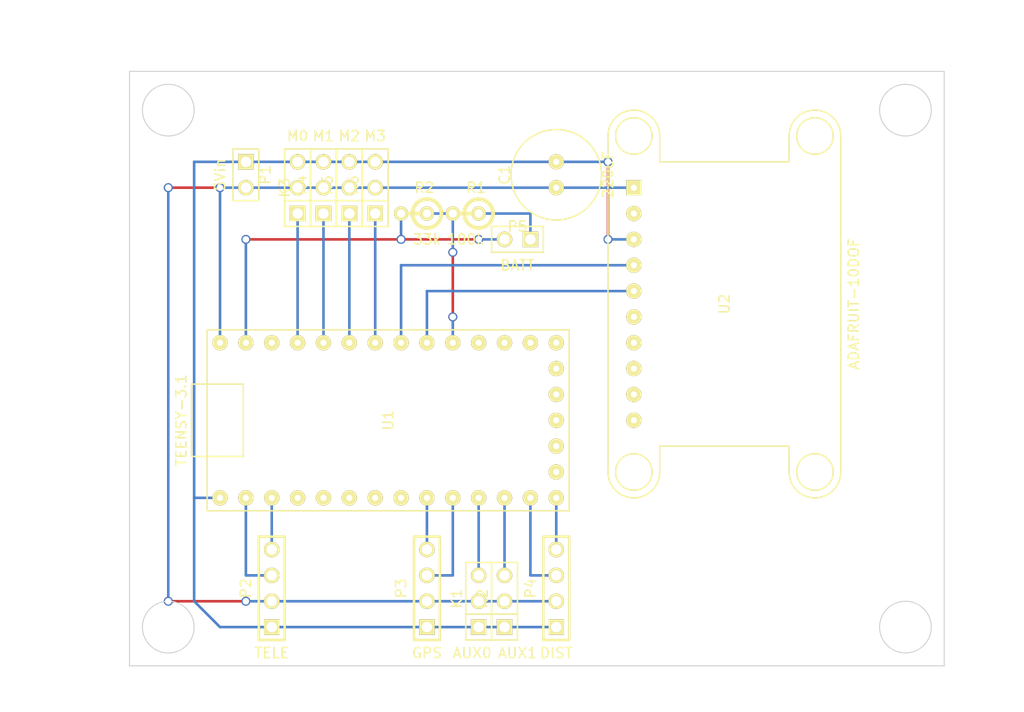
<source format=kicad_pcb>
(kicad_pcb (version 3) (host pcbnew "(22-Jun-2014 BZR 4027)-stable")

  (general
    (links 43)
    (no_connects 0)
    (area 85.980002 54.300001 190.879999 125.89)
    (thickness 1.6)
    (drawings 28)
    (tracks 75)
    (zones 0)
    (modules 16)
    (nets 20)
  )

  (page A4)
  (title_block 
    (title "Trifle Flight Control Unit")
    (rev 1.0)
  )

  (layers
    (15 F.Cu signal)
    (0 B.Cu signal)
    (16 B.Adhes user)
    (17 F.Adhes user)
    (18 B.Paste user)
    (19 F.Paste user)
    (20 B.SilkS user)
    (21 F.SilkS user)
    (22 B.Mask user)
    (23 F.Mask user)
    (24 Dwgs.User user)
    (25 Cmts.User user)
    (26 Eco1.User user)
    (27 Eco2.User user)
    (28 Edge.Cuts user)
  )

  (setup
    (last_trace_width 0.254)
    (trace_clearance 0.254)
    (zone_clearance 0.508)
    (zone_45_only no)
    (trace_min 0.254)
    (segment_width 0.2)
    (edge_width 0.1)
    (via_size 0.889)
    (via_drill 0.635)
    (via_min_size 0.889)
    (via_min_drill 0.508)
    (uvia_size 0.508)
    (uvia_drill 0.127)
    (uvias_allowed no)
    (uvia_min_size 0.508)
    (uvia_min_drill 0.127)
    (pcb_text_width 0.3)
    (pcb_text_size 1.5 1.5)
    (mod_edge_width 0.15)
    (mod_text_size 1 1)
    (mod_text_width 0.15)
    (pad_size 1.5 1.5)
    (pad_drill 0.6)
    (pad_to_mask_clearance 0)
    (aux_axis_origin 0 0)
    (visible_elements FFFFFFFF)
    (pcbplotparams
      (layerselection 19955713)
      (usegerberextensions false)
      (excludeedgelayer true)
      (linewidth 0.150000)
      (plotframeref false)
      (viasonmask false)
      (mode 1)
      (useauxorigin false)
      (hpglpennumber 1)
      (hpglpenspeed 20)
      (hpglpendiameter 15)
      (hpglpenoverlay 2)
      (psnegative false)
      (psa4output false)
      (plotreference true)
      (plotvalue true)
      (plotothertext true)
      (plotinvisibletext false)
      (padsonsilk false)
      (subtractmaskfromsilk false)
      (outputformat 2)
      (mirror false)
      (drillshape 0)
      (scaleselection 1)
      (outputdirectory svg/))
  )

  (net 0 "")
  (net 1 /AGND)
  (net 2 GND)
  (net 3 N-0000010)
  (net 4 N-0000025)
  (net 5 N-0000026)
  (net 6 N-0000028)
  (net 7 N-0000029)
  (net 8 N-000003)
  (net 9 N-0000030)
  (net 10 N-0000031)
  (net 11 N-0000039)
  (net 12 N-000004)
  (net 13 N-0000040)
  (net 14 N-000005)
  (net 15 N-000006)
  (net 16 N-000007)
  (net 17 N-000008)
  (net 18 N-000009)
  (net 19 VCC)

  (net_class Default "This is the default net class."
    (clearance 0.254)
    (trace_width 0.254)
    (via_dia 0.889)
    (via_drill 0.635)
    (uvia_dia 0.508)
    (uvia_drill 0.127)
    (add_net "")
    (add_net /AGND)
    (add_net GND)
    (add_net N-0000010)
    (add_net N-0000025)
    (add_net N-0000026)
    (add_net N-0000028)
    (add_net N-0000029)
    (add_net N-000003)
    (add_net N-0000030)
    (add_net N-0000031)
    (add_net N-0000039)
    (add_net N-000004)
    (add_net N-0000040)
    (add_net N-000005)
    (add_net N-000006)
    (add_net N-000007)
    (add_net N-000008)
    (add_net N-000009)
    (add_net VCC)
  )

  (module teensy-3.1 (layer F.Cu) (tedit 54DE23CC) (tstamp 54DE22F4)
    (at 124.46 95.25 90)
    (path /54DE0E02)
    (fp_text reference U1 (at 0 0 90) (layer F.SilkS)
      (effects (font (size 1 1) (thickness 0.15)))
    )
    (fp_text value TEENSY-3.1 (at 0 -20.32 90) (layer F.SilkS)
      (effects (font (size 1 1) (thickness 0.15)))
    )
    (fp_line (start -3.556 -19.304) (end 3.556 -19.304) (layer F.SilkS) (width 0.15))
    (fp_line (start 3.556 -19.304) (end 3.556 -14.224) (layer F.SilkS) (width 0.15))
    (fp_line (start 3.556 -14.224) (end -3.556 -14.224) (layer F.SilkS) (width 0.15))
    (fp_line (start -3.556 -14.224) (end -3.556 -19.304) (layer F.SilkS) (width 0.15))
    (fp_line (start -8.89 -17.78) (end 8.89 -17.78) (layer F.SilkS) (width 0.15))
    (fp_line (start 8.89 -17.78) (end 8.89 17.78) (layer F.SilkS) (width 0.15))
    (fp_line (start 8.89 17.78) (end -8.89 17.78) (layer F.SilkS) (width 0.15))
    (fp_line (start -8.89 17.78) (end -8.89 -17.78) (layer F.SilkS) (width 0.15))
    (pad 1 thru_hole circle (at -7.62 -16.51 90) (size 1.5 1.5) (drill 0.6)
      (layers *.Cu *.Mask F.SilkS)
      (net 2 GND)
    )
    (pad 2 thru_hole circle (at -7.62 -13.97 90) (size 1.5 1.5) (drill 0.6)
      (layers *.Cu *.Mask F.SilkS)
      (net 18 N-000009)
    )
    (pad 3 thru_hole circle (at -7.62 -11.43 90) (size 1.5 1.5) (drill 0.6)
      (layers *.Cu *.Mask F.SilkS)
      (net 3 N-0000010)
    )
    (pad 4 thru_hole circle (at -7.62 -8.89 90) (size 1.5 1.5) (drill 0.6)
      (layers *.Cu *.Mask F.SilkS)
    )
    (pad 5 thru_hole circle (at -7.62 -6.35 90) (size 1.5 1.5) (drill 0.6)
      (layers *.Cu *.Mask F.SilkS)
    )
    (pad 6 thru_hole circle (at -7.62 -3.81 90) (size 1.5 1.5) (drill 0.6)
      (layers *.Cu *.Mask F.SilkS)
    )
    (pad 7 thru_hole circle (at -7.62 -1.27 90) (size 1.5 1.5) (drill 0.6)
      (layers *.Cu *.Mask F.SilkS)
    )
    (pad 8 thru_hole circle (at -7.62 1.27 90) (size 1.5 1.5) (drill 0.6)
      (layers *.Cu *.Mask F.SilkS)
    )
    (pad 9 thru_hole circle (at -7.62 3.81 90) (size 1.5 1.5) (drill 0.6)
      (layers *.Cu *.Mask F.SilkS)
      (net 16 N-000007)
    )
    (pad 10 thru_hole circle (at -7.62 6.35 90) (size 1.5 1.5) (drill 0.6)
      (layers *.Cu *.Mask F.SilkS)
      (net 17 N-000008)
    )
    (pad 11 thru_hole circle (at -7.62 8.89 90) (size 1.5 1.5) (drill 0.6)
      (layers *.Cu *.Mask F.SilkS)
      (net 8 N-000003)
    )
    (pad 12 thru_hole circle (at -7.62 11.43 90) (size 1.5 1.5) (drill 0.6)
      (layers *.Cu *.Mask F.SilkS)
      (net 15 N-000006)
    )
    (pad 13 thru_hole circle (at -7.62 13.97 90) (size 1.5 1.5) (drill 0.6)
      (layers *.Cu *.Mask F.SilkS)
      (net 14 N-000005)
    )
    (pad 14 thru_hole circle (at -7.62 16.51 90) (size 1.5 1.5) (drill 0.6)
      (layers *.Cu *.Mask F.SilkS)
      (net 12 N-000004)
    )
    (pad 15 thru_hole circle (at -5.08 16.51 90) (size 1.5 1.5) (drill 0.6)
      (layers *.Cu *.Mask F.SilkS)
    )
    (pad 16 thru_hole circle (at -2.54 16.51 90) (size 1.5 1.5) (drill 0.6)
      (layers *.Cu *.Mask F.SilkS)
    )
    (pad 17 thru_hole circle (at 0 16.51 90) (size 1.5 1.5) (drill 0.6)
      (layers *.Cu *.Mask F.SilkS)
    )
    (pad 18 thru_hole circle (at 2.54 16.51 90) (size 1.5 1.5) (drill 0.6)
      (layers *.Cu *.Mask F.SilkS)
    )
    (pad 19 thru_hole circle (at 5.08 16.51 90) (size 1.5 1.5) (drill 0.6)
      (layers *.Cu *.Mask F.SilkS)
    )
    (pad 20 thru_hole circle (at 7.62 16.51 90) (size 1.5 1.5) (drill 0.6)
      (layers *.Cu *.Mask F.SilkS)
    )
    (pad 21 thru_hole circle (at 7.62 13.97 90) (size 1.5 1.5) (drill 0.6)
      (layers *.Cu *.Mask F.SilkS)
    )
    (pad 22 thru_hole circle (at 7.62 11.43 90) (size 1.5 1.5) (drill 0.6)
      (layers *.Cu *.Mask F.SilkS)
    )
    (pad 23 thru_hole circle (at 7.62 8.89 90) (size 1.5 1.5) (drill 0.6)
      (layers *.Cu *.Mask F.SilkS)
    )
    (pad 24 thru_hole circle (at 7.62 6.35 90) (size 1.5 1.5) (drill 0.6)
      (layers *.Cu *.Mask F.SilkS)
      (net 10 N-0000031)
    )
    (pad 25 thru_hole circle (at 7.62 3.81 90) (size 1.5 1.5) (drill 0.6)
      (layers *.Cu *.Mask F.SilkS)
      (net 4 N-0000025)
    )
    (pad 26 thru_hole circle (at 7.62 1.27 90) (size 1.5 1.5) (drill 0.6)
      (layers *.Cu *.Mask F.SilkS)
      (net 5 N-0000026)
    )
    (pad 27 thru_hole circle (at 7.62 -1.27 90) (size 1.5 1.5) (drill 0.6)
      (layers *.Cu *.Mask F.SilkS)
      (net 9 N-0000030)
    )
    (pad 28 thru_hole circle (at 7.62 -3.81 90) (size 1.5 1.5) (drill 0.6)
      (layers *.Cu *.Mask F.SilkS)
      (net 7 N-0000029)
    )
    (pad 29 thru_hole circle (at 7.62 -6.35 90) (size 1.5 1.5) (drill 0.6)
      (layers *.Cu *.Mask F.SilkS)
      (net 6 N-0000028)
    )
    (pad 30 thru_hole circle (at 7.62 -8.89 90) (size 1.5 1.5) (drill 0.6)
      (layers *.Cu *.Mask F.SilkS)
      (net 11 N-0000039)
    )
    (pad 31 thru_hole circle (at 7.62 -11.43 90) (size 1.5 1.5) (drill 0.6)
      (layers *.Cu *.Mask F.SilkS)
    )
    (pad 32 thru_hole circle (at 7.62 -13.97 90) (size 1.5 1.5) (drill 0.6)
      (layers *.Cu *.Mask F.SilkS)
      (net 1 /AGND)
    )
    (pad 33 thru_hole circle (at 7.62 -16.51 90) (size 1.5 1.5) (drill 0.6)
      (layers *.Cu *.Mask F.SilkS)
      (net 19 VCC)
    )
  )

  (module R1 (layer F.Cu) (tedit 54DE3DEA) (tstamp 54DE2BAE)
    (at 132.08 74.93 180)
    (descr "Resistance verticale")
    (tags R)
    (path /54DE1214)
    (autoplace_cost90 10)
    (autoplace_cost180 10)
    (fp_text reference R1 (at -1.016 2.54 180) (layer F.SilkS)
      (effects (font (size 1 1) (thickness 0.15)))
    )
    (fp_text value 100k (at 0 -2.54 180) (layer F.SilkS)
      (effects (font (size 1 1) (thickness 0.15)))
    )
    (fp_line (start -1.27 0) (end 1.27 0) (layer F.SilkS) (width 0.381))
    (fp_circle (center -1.27 0) (end -0.635 1.27) (layer F.SilkS) (width 0.381))
    (pad 1 thru_hole circle (at -1.27 0 180) (size 1.397 1.397) (drill 0.8128)
      (layers *.Cu *.Mask F.SilkS)
      (net 13 N-0000040)
    )
    (pad 2 thru_hole circle (at 1.27 0 180) (size 1.397 1.397) (drill 0.8128)
      (layers *.Cu *.Mask F.SilkS)
      (net 10 N-0000031)
    )
    (model discret/verti_resistor.wrl
      (at (xyz 0 0 0))
      (scale (xyz 1 1 1))
      (rotate (xyz 0 0 0))
    )
  )

  (module R1 (layer F.Cu) (tedit 54DE3DD8) (tstamp 54DE2BC0)
    (at 127 74.93 180)
    (descr "Resistance verticale")
    (tags R)
    (path /54DE1221)
    (autoplace_cost90 10)
    (autoplace_cost180 10)
    (fp_text reference R2 (at -1.016 2.54 180) (layer F.SilkS)
      (effects (font (size 1 1) (thickness 0.15)))
    )
    (fp_text value 33k (at -1.27 -2.54 180) (layer F.SilkS)
      (effects (font (size 1 1) (thickness 0.15)))
    )
    (fp_line (start -1.27 0) (end 1.27 0) (layer F.SilkS) (width 0.381))
    (fp_circle (center -1.27 0) (end -0.635 1.27) (layer F.SilkS) (width 0.381))
    (pad 1 thru_hole circle (at -1.27 0 180) (size 1.397 1.397) (drill 0.8128)
      (layers *.Cu *.Mask F.SilkS)
      (net 10 N-0000031)
    )
    (pad 2 thru_hole circle (at 1.27 0 180) (size 1.397 1.397) (drill 0.8128)
      (layers *.Cu *.Mask F.SilkS)
      (net 1 /AGND)
    )
    (model discret/verti_resistor.wrl
      (at (xyz 0 0 0))
      (scale (xyz 1 1 1))
      (rotate (xyz 0 0 0))
    )
  )

  (module PIN_ARRAY_4x1 (layer F.Cu) (tedit 54DE38F2) (tstamp 54DE2310)
    (at 113.03 111.76 90)
    (descr "Double rangee de contacts 2 x 5 pins")
    (tags CONN)
    (path /54DE1003)
    (fp_text reference P2 (at 0 -2.54 90) (layer F.SilkS)
      (effects (font (size 1 1) (thickness 0.15)))
    )
    (fp_text value TELE (at -6.35 0 180) (layer F.SilkS)
      (effects (font (size 1 1) (thickness 0.15)))
    )
    (fp_line (start 5.08 1.27) (end -5.08 1.27) (layer F.SilkS) (width 0.254))
    (fp_line (start 5.08 -1.27) (end -5.08 -1.27) (layer F.SilkS) (width 0.254))
    (fp_line (start -5.08 -1.27) (end -5.08 1.27) (layer F.SilkS) (width 0.254))
    (fp_line (start 5.08 1.27) (end 5.08 -1.27) (layer F.SilkS) (width 0.254))
    (pad 1 thru_hole rect (at -3.81 0 90) (size 1.524 1.524) (drill 1.016)
      (layers *.Cu *.Mask F.SilkS)
      (net 2 GND)
    )
    (pad 2 thru_hole circle (at -1.27 0 90) (size 1.524 1.524) (drill 1.016)
      (layers *.Cu *.Mask F.SilkS)
      (net 19 VCC)
    )
    (pad 3 thru_hole circle (at 1.27 0 90) (size 1.524 1.524) (drill 1.016)
      (layers *.Cu *.Mask F.SilkS)
      (net 18 N-000009)
    )
    (pad 4 thru_hole circle (at 3.81 0 90) (size 1.524 1.524) (drill 1.016)
      (layers *.Cu *.Mask F.SilkS)
      (net 3 N-0000010)
    )
    (model pin_array\pins_array_4x1.wrl
      (at (xyz 0 0 0))
      (scale (xyz 1 1 1))
      (rotate (xyz 0 0 0))
    )
  )

  (module PIN_ARRAY_4x1 (layer F.Cu) (tedit 54DE38A7) (tstamp 54DE231C)
    (at 128.27 111.76 90)
    (descr "Double rangee de contacts 2 x 5 pins")
    (tags CONN)
    (path /54DE1236)
    (fp_text reference P3 (at 0 -2.54 90) (layer F.SilkS)
      (effects (font (size 1 1) (thickness 0.15)))
    )
    (fp_text value GPS (at -6.35 0 180) (layer F.SilkS)
      (effects (font (size 1 1) (thickness 0.15)))
    )
    (fp_line (start 5.08 1.27) (end -5.08 1.27) (layer F.SilkS) (width 0.254))
    (fp_line (start 5.08 -1.27) (end -5.08 -1.27) (layer F.SilkS) (width 0.254))
    (fp_line (start -5.08 -1.27) (end -5.08 1.27) (layer F.SilkS) (width 0.254))
    (fp_line (start 5.08 1.27) (end 5.08 -1.27) (layer F.SilkS) (width 0.254))
    (pad 1 thru_hole rect (at -3.81 0 90) (size 1.524 1.524) (drill 1.016)
      (layers *.Cu *.Mask F.SilkS)
      (net 2 GND)
    )
    (pad 2 thru_hole circle (at -1.27 0 90) (size 1.524 1.524) (drill 1.016)
      (layers *.Cu *.Mask F.SilkS)
      (net 19 VCC)
    )
    (pad 3 thru_hole circle (at 1.27 0 90) (size 1.524 1.524) (drill 1.016)
      (layers *.Cu *.Mask F.SilkS)
      (net 17 N-000008)
    )
    (pad 4 thru_hole circle (at 3.81 0 90) (size 1.524 1.524) (drill 1.016)
      (layers *.Cu *.Mask F.SilkS)
      (net 16 N-000007)
    )
    (model pin_array\pins_array_4x1.wrl
      (at (xyz 0 0 0))
      (scale (xyz 1 1 1))
      (rotate (xyz 0 0 0))
    )
  )

  (module PIN_ARRAY_4x1 (layer F.Cu) (tedit 54DE38E6) (tstamp 54DE2328)
    (at 140.97 111.76 90)
    (descr "Double rangee de contacts 2 x 5 pins")
    (tags CONN)
    (path /54DE123C)
    (fp_text reference P4 (at 0 -2.54 90) (layer F.SilkS)
      (effects (font (size 1 1) (thickness 0.15)))
    )
    (fp_text value DIST (at -6.35 0 180) (layer F.SilkS)
      (effects (font (size 1 1) (thickness 0.15)))
    )
    (fp_line (start 5.08 1.27) (end -5.08 1.27) (layer F.SilkS) (width 0.254))
    (fp_line (start 5.08 -1.27) (end -5.08 -1.27) (layer F.SilkS) (width 0.254))
    (fp_line (start -5.08 -1.27) (end -5.08 1.27) (layer F.SilkS) (width 0.254))
    (fp_line (start 5.08 1.27) (end 5.08 -1.27) (layer F.SilkS) (width 0.254))
    (pad 1 thru_hole rect (at -3.81 0 90) (size 1.524 1.524) (drill 1.016)
      (layers *.Cu *.Mask F.SilkS)
      (net 2 GND)
    )
    (pad 2 thru_hole circle (at -1.27 0 90) (size 1.524 1.524) (drill 1.016)
      (layers *.Cu *.Mask F.SilkS)
      (net 19 VCC)
    )
    (pad 3 thru_hole circle (at 1.27 0 90) (size 1.524 1.524) (drill 1.016)
      (layers *.Cu *.Mask F.SilkS)
      (net 14 N-000005)
    )
    (pad 4 thru_hole circle (at 3.81 0 90) (size 1.524 1.524) (drill 1.016)
      (layers *.Cu *.Mask F.SilkS)
      (net 12 N-000004)
    )
    (model pin_array\pins_array_4x1.wrl
      (at (xyz 0 0 0))
      (scale (xyz 1 1 1))
      (rotate (xyz 0 0 0))
    )
  )

  (module PIN_ARRAY_3X1 (layer F.Cu) (tedit 54DE38D5) (tstamp 54DE2334)
    (at 133.35 113.03 90)
    (descr "Connecteur 3 pins")
    (tags "CONN DEV")
    (path /54DE0FCB)
    (fp_text reference K1 (at 0.254 -2.159 90) (layer F.SilkS)
      (effects (font (size 1 1) (thickness 0.15)))
    )
    (fp_text value AUX0 (at -5.08 -0.635 180) (layer F.SilkS)
      (effects (font (size 1 1) (thickness 0.15)))
    )
    (fp_line (start -3.81 1.27) (end -3.81 -1.27) (layer F.SilkS) (width 0.1524))
    (fp_line (start -3.81 -1.27) (end 3.81 -1.27) (layer F.SilkS) (width 0.1524))
    (fp_line (start 3.81 -1.27) (end 3.81 1.27) (layer F.SilkS) (width 0.1524))
    (fp_line (start 3.81 1.27) (end -3.81 1.27) (layer F.SilkS) (width 0.1524))
    (fp_line (start -1.27 -1.27) (end -1.27 1.27) (layer F.SilkS) (width 0.1524))
    (pad 1 thru_hole rect (at -2.54 0 90) (size 1.524 1.524) (drill 1.016)
      (layers *.Cu *.Mask F.SilkS)
      (net 2 GND)
    )
    (pad 2 thru_hole circle (at 0 0 90) (size 1.524 1.524) (drill 1.016)
      (layers *.Cu *.Mask F.SilkS)
      (net 19 VCC)
    )
    (pad 3 thru_hole circle (at 2.54 0 90) (size 1.524 1.524) (drill 1.016)
      (layers *.Cu *.Mask F.SilkS)
      (net 8 N-000003)
    )
    (model pin_array/pins_array_3x1.wrl
      (at (xyz 0 0 0))
      (scale (xyz 1 1 1))
      (rotate (xyz 0 0 0))
    )
  )

  (module PIN_ARRAY_3X1 (layer F.Cu) (tedit 54DE38D7) (tstamp 54DE2340)
    (at 135.89 113.03 90)
    (descr "Connecteur 3 pins")
    (tags "CONN DEV")
    (path /54DE0FD1)
    (fp_text reference K2 (at 0.254 -2.159 90) (layer F.SilkS)
      (effects (font (size 1 1) (thickness 0.15)))
    )
    (fp_text value AUX1 (at -5.08 1.27 180) (layer F.SilkS)
      (effects (font (size 1 1) (thickness 0.15)))
    )
    (fp_line (start -3.81 1.27) (end -3.81 -1.27) (layer F.SilkS) (width 0.1524))
    (fp_line (start -3.81 -1.27) (end 3.81 -1.27) (layer F.SilkS) (width 0.1524))
    (fp_line (start 3.81 -1.27) (end 3.81 1.27) (layer F.SilkS) (width 0.1524))
    (fp_line (start 3.81 1.27) (end -3.81 1.27) (layer F.SilkS) (width 0.1524))
    (fp_line (start -1.27 -1.27) (end -1.27 1.27) (layer F.SilkS) (width 0.1524))
    (pad 1 thru_hole rect (at -2.54 0 90) (size 1.524 1.524) (drill 1.016)
      (layers *.Cu *.Mask F.SilkS)
      (net 2 GND)
    )
    (pad 2 thru_hole circle (at 0 0 90) (size 1.524 1.524) (drill 1.016)
      (layers *.Cu *.Mask F.SilkS)
      (net 19 VCC)
    )
    (pad 3 thru_hole circle (at 2.54 0 90) (size 1.524 1.524) (drill 1.016)
      (layers *.Cu *.Mask F.SilkS)
      (net 15 N-000006)
    )
    (model pin_array/pins_array_3x1.wrl
      (at (xyz 0 0 0))
      (scale (xyz 1 1 1))
      (rotate (xyz 0 0 0))
    )
  )

  (module PIN_ARRAY_3X1 (layer F.Cu) (tedit 54DE3998) (tstamp 54DE39C7)
    (at 115.57 72.39 90)
    (descr "Connecteur 3 pins")
    (tags "CONN DEV")
    (path /54DE0FD7)
    (fp_text reference K3 (at 0 -1.27 90) (layer F.SilkS)
      (effects (font (size 1 1) (thickness 0.15)))
    )
    (fp_text value M0 (at 5.08 0 180) (layer F.SilkS)
      (effects (font (size 1 1) (thickness 0.15)))
    )
    (fp_line (start -3.81 1.27) (end -3.81 -1.27) (layer F.SilkS) (width 0.1524))
    (fp_line (start -3.81 -1.27) (end 3.81 -1.27) (layer F.SilkS) (width 0.1524))
    (fp_line (start 3.81 -1.27) (end 3.81 1.27) (layer F.SilkS) (width 0.1524))
    (fp_line (start 3.81 1.27) (end -3.81 1.27) (layer F.SilkS) (width 0.1524))
    (fp_line (start -1.27 -1.27) (end -1.27 1.27) (layer F.SilkS) (width 0.1524))
    (pad 1 thru_hole rect (at -2.54 0 90) (size 1.524 1.524) (drill 1.016)
      (layers *.Cu *.Mask F.SilkS)
      (net 11 N-0000039)
    )
    (pad 2 thru_hole circle (at 0 0 90) (size 1.524 1.524) (drill 1.016)
      (layers *.Cu *.Mask F.SilkS)
      (net 19 VCC)
    )
    (pad 3 thru_hole circle (at 2.54 0 90) (size 1.524 1.524) (drill 1.016)
      (layers *.Cu *.Mask F.SilkS)
      (net 2 GND)
    )
    (model pin_array/pins_array_3x1.wrl
      (at (xyz 0 0 0))
      (scale (xyz 1 1 1))
      (rotate (xyz 0 0 0))
    )
  )

  (module PIN_ARRAY_3X1 (layer F.Cu) (tedit 54DE397E) (tstamp 54DE2358)
    (at 118.11 72.39 90)
    (descr "Connecteur 3 pins")
    (tags "CONN DEV")
    (path /54DE11AA)
    (fp_text reference K4 (at 0.254 -2.159 90) (layer F.SilkS)
      (effects (font (size 1 1) (thickness 0.15)))
    )
    (fp_text value M1 (at 5.08 0 180) (layer F.SilkS)
      (effects (font (size 1 1) (thickness 0.15)))
    )
    (fp_line (start -3.81 1.27) (end -3.81 -1.27) (layer F.SilkS) (width 0.1524))
    (fp_line (start -3.81 -1.27) (end 3.81 -1.27) (layer F.SilkS) (width 0.1524))
    (fp_line (start 3.81 -1.27) (end 3.81 1.27) (layer F.SilkS) (width 0.1524))
    (fp_line (start 3.81 1.27) (end -3.81 1.27) (layer F.SilkS) (width 0.1524))
    (fp_line (start -1.27 -1.27) (end -1.27 1.27) (layer F.SilkS) (width 0.1524))
    (pad 1 thru_hole rect (at -2.54 0 90) (size 1.524 1.524) (drill 1.016)
      (layers *.Cu *.Mask F.SilkS)
      (net 6 N-0000028)
    )
    (pad 2 thru_hole circle (at 0 0 90) (size 1.524 1.524) (drill 1.016)
      (layers *.Cu *.Mask F.SilkS)
      (net 19 VCC)
    )
    (pad 3 thru_hole circle (at 2.54 0 90) (size 1.524 1.524) (drill 1.016)
      (layers *.Cu *.Mask F.SilkS)
      (net 2 GND)
    )
    (model pin_array/pins_array_3x1.wrl
      (at (xyz 0 0 0))
      (scale (xyz 1 1 1))
      (rotate (xyz 0 0 0))
    )
  )

  (module PIN_ARRAY_3X1 (layer F.Cu) (tedit 54DE397F) (tstamp 54DE2364)
    (at 120.65 72.39 90)
    (descr "Connecteur 3 pins")
    (tags "CONN DEV")
    (path /54DE11B0)
    (fp_text reference K5 (at 0.254 -2.159 90) (layer F.SilkS)
      (effects (font (size 1 1) (thickness 0.15)))
    )
    (fp_text value M2 (at 5.08 0 180) (layer F.SilkS)
      (effects (font (size 1 1) (thickness 0.15)))
    )
    (fp_line (start -3.81 1.27) (end -3.81 -1.27) (layer F.SilkS) (width 0.1524))
    (fp_line (start -3.81 -1.27) (end 3.81 -1.27) (layer F.SilkS) (width 0.1524))
    (fp_line (start 3.81 -1.27) (end 3.81 1.27) (layer F.SilkS) (width 0.1524))
    (fp_line (start 3.81 1.27) (end -3.81 1.27) (layer F.SilkS) (width 0.1524))
    (fp_line (start -1.27 -1.27) (end -1.27 1.27) (layer F.SilkS) (width 0.1524))
    (pad 1 thru_hole rect (at -2.54 0 90) (size 1.524 1.524) (drill 1.016)
      (layers *.Cu *.Mask F.SilkS)
      (net 7 N-0000029)
    )
    (pad 2 thru_hole circle (at 0 0 90) (size 1.524 1.524) (drill 1.016)
      (layers *.Cu *.Mask F.SilkS)
      (net 19 VCC)
    )
    (pad 3 thru_hole circle (at 2.54 0 90) (size 1.524 1.524) (drill 1.016)
      (layers *.Cu *.Mask F.SilkS)
      (net 2 GND)
    )
    (model pin_array/pins_array_3x1.wrl
      (at (xyz 0 0 0))
      (scale (xyz 1 1 1))
      (rotate (xyz 0 0 0))
    )
  )

  (module PIN_ARRAY_3X1 (layer F.Cu) (tedit 54DE3980) (tstamp 54DE2370)
    (at 123.19 72.39 90)
    (descr "Connecteur 3 pins")
    (tags "CONN DEV")
    (path /54DE11B6)
    (fp_text reference K6 (at 0.254 -2.159 90) (layer F.SilkS)
      (effects (font (size 1 1) (thickness 0.15)))
    )
    (fp_text value M3 (at 5.08 0 180) (layer F.SilkS)
      (effects (font (size 1 1) (thickness 0.15)))
    )
    (fp_line (start -3.81 1.27) (end -3.81 -1.27) (layer F.SilkS) (width 0.1524))
    (fp_line (start -3.81 -1.27) (end 3.81 -1.27) (layer F.SilkS) (width 0.1524))
    (fp_line (start 3.81 -1.27) (end 3.81 1.27) (layer F.SilkS) (width 0.1524))
    (fp_line (start 3.81 1.27) (end -3.81 1.27) (layer F.SilkS) (width 0.1524))
    (fp_line (start -1.27 -1.27) (end -1.27 1.27) (layer F.SilkS) (width 0.1524))
    (pad 1 thru_hole rect (at -2.54 0 90) (size 1.524 1.524) (drill 1.016)
      (layers *.Cu *.Mask F.SilkS)
      (net 9 N-0000030)
    )
    (pad 2 thru_hole circle (at 0 0 90) (size 1.524 1.524) (drill 1.016)
      (layers *.Cu *.Mask F.SilkS)
      (net 19 VCC)
    )
    (pad 3 thru_hole circle (at 2.54 0 90) (size 1.524 1.524) (drill 1.016)
      (layers *.Cu *.Mask F.SilkS)
      (net 2 GND)
    )
    (model pin_array/pins_array_3x1.wrl
      (at (xyz 0 0 0))
      (scale (xyz 1 1 1))
      (rotate (xyz 0 0 0))
    )
  )

  (module PIN_ARRAY_2X1 (layer F.Cu) (tedit 54DE399B) (tstamp 54DE26A7)
    (at 110.49 71.12 270)
    (descr "Connecteurs 2 pins")
    (tags "CONN DEV")
    (path /54DE0E5C)
    (fp_text reference P1 (at 0 -1.905 270) (layer F.SilkS)
      (effects (font (size 1 1) (thickness 0.15)))
    )
    (fp_text value 5Vin (at 0 2.54 270) (layer F.SilkS)
      (effects (font (size 1 1) (thickness 0.15)))
    )
    (fp_line (start -2.54 1.27) (end -2.54 -1.27) (layer F.SilkS) (width 0.1524))
    (fp_line (start -2.54 -1.27) (end 2.54 -1.27) (layer F.SilkS) (width 0.1524))
    (fp_line (start 2.54 -1.27) (end 2.54 1.27) (layer F.SilkS) (width 0.1524))
    (fp_line (start 2.54 1.27) (end -2.54 1.27) (layer F.SilkS) (width 0.1524))
    (pad 1 thru_hole rect (at -1.27 0 270) (size 1.524 1.524) (drill 1.016)
      (layers *.Cu *.Mask F.SilkS)
      (net 2 GND)
    )
    (pad 2 thru_hole circle (at 1.27 0 270) (size 1.524 1.524) (drill 1.016)
      (layers *.Cu *.Mask F.SilkS)
      (net 19 VCC)
    )
    (model pin_array/pins_array_2x1.wrl
      (at (xyz 0 0 0))
      (scale (xyz 1 1 1))
      (rotate (xyz 0 0 0))
    )
  )

  (module PIN_ARRAY_2X1 (layer F.Cu) (tedit 54DE391A) (tstamp 54DE2384)
    (at 137.16 77.47 180)
    (descr "Connecteurs 2 pins")
    (tags "CONN DEV")
    (path /54DE11F6)
    (fp_text reference P5 (at 0 1.27 180) (layer F.SilkS)
      (effects (font (size 1 1) (thickness 0.15)))
    )
    (fp_text value BATT (at 0 -2.54 180) (layer F.SilkS)
      (effects (font (size 1 1) (thickness 0.15)))
    )
    (fp_line (start -2.54 1.27) (end -2.54 -1.27) (layer F.SilkS) (width 0.1524))
    (fp_line (start -2.54 -1.27) (end 2.54 -1.27) (layer F.SilkS) (width 0.1524))
    (fp_line (start 2.54 -1.27) (end 2.54 1.27) (layer F.SilkS) (width 0.1524))
    (fp_line (start 2.54 1.27) (end -2.54 1.27) (layer F.SilkS) (width 0.1524))
    (pad 1 thru_hole rect (at -1.27 0 180) (size 1.524 1.524) (drill 1.016)
      (layers *.Cu *.Mask F.SilkS)
      (net 13 N-0000040)
    )
    (pad 2 thru_hole circle (at 1.27 0 180) (size 1.524 1.524) (drill 1.016)
      (layers *.Cu *.Mask F.SilkS)
      (net 1 /AGND)
    )
    (model pin_array/pins_array_2x1.wrl
      (at (xyz 0 0 0))
      (scale (xyz 1 1 1))
      (rotate (xyz 0 0 0))
    )
  )

  (module CTOP (layer F.Cu) (tedit 54DE27FC) (tstamp 54DE238B)
    (at 140.97 71.12 90)
    (path /54DE0F12)
    (fp_text reference C1 (at 0 -5.08 90) (layer F.SilkS)
      (effects (font (size 1 1) (thickness 0.15)))
    )
    (fp_text value 220uF (at 0 5.08 90) (layer F.SilkS)
      (effects (font (size 1 1) (thickness 0.15)))
    )
    (fp_circle (center 0 0) (end 4.445 0) (layer F.SilkS) (width 0.15))
    (pad 1 thru_hole circle (at -1.27 0 90) (size 1.5 1.5) (drill 0.6)
      (layers *.Cu *.Mask F.SilkS)
      (net 19 VCC)
    )
    (pad 2 thru_hole circle (at 1.27 0 90) (size 1.5 1.5) (drill 0.6)
      (layers *.Cu *.Mask F.SilkS)
      (net 2 GND)
    )
  )

  (module adafruit-10dof (layer F.Cu) (tedit 54DDED7F) (tstamp 54DE23AD)
    (at 157.48 83.82 270)
    (path /54DDF274)
    (fp_text reference U2 (at 0 0 270) (layer F.SilkS)
      (effects (font (size 1 1) (thickness 0.15)))
    )
    (fp_text value ADAFRUIT-10DOF (at 0 -12.7 270) (layer F.SilkS)
      (effects (font (size 1 1) (thickness 0.15)))
    )
    (fp_circle (center 16.51 8.89) (end 17.78 7.62) (layer F.SilkS) (width 0.15))
    (fp_circle (center 16.51 -8.89) (end 17.78 -10.16) (layer F.SilkS) (width 0.15))
    (fp_circle (center -16.51 8.89) (end -15.24 7.62) (layer F.SilkS) (width 0.15))
    (fp_circle (center -16.51 -8.89) (end -15.24 -10.16) (layer F.SilkS) (width 0.15))
    (fp_arc (start -16.51 8.89) (end -16.51 11.43) (angle 90) (layer F.SilkS) (width 0.15))
    (fp_arc (start -16.51 8.89) (end -19.05 8.89) (angle 90) (layer F.SilkS) (width 0.15))
    (fp_arc (start 16.51 8.89) (end 19.05 8.89) (angle 90) (layer F.SilkS) (width 0.15))
    (fp_arc (start 16.51 8.89) (end 16.51 6.35) (angle 90) (layer F.SilkS) (width 0.15))
    (fp_arc (start 16.51 -8.89) (end 19.05 -8.89) (angle 90) (layer F.SilkS) (width 0.15))
    (fp_arc (start 16.51 -8.89) (end 16.51 -11.43) (angle 90) (layer F.SilkS) (width 0.15))
    (fp_arc (start -16.51 -8.89) (end -19.05 -8.89) (angle 90) (layer F.SilkS) (width 0.15))
    (fp_arc (start -16.51 -8.89) (end -16.51 -6.35) (angle 90) (layer F.SilkS) (width 0.15))
    (fp_line (start -16.51 11.43) (end 16.51 11.43) (layer F.SilkS) (width 0.15))
    (fp_line (start -16.51 -6.35) (end -13.97 -6.35) (layer F.SilkS) (width 0.15))
    (fp_line (start -13.97 -6.35) (end -13.97 6.35) (layer F.SilkS) (width 0.15))
    (fp_line (start -13.97 6.35) (end -16.51 6.35) (layer F.SilkS) (width 0.15))
    (fp_line (start 16.51 -6.35) (end 13.97 -6.35) (layer F.SilkS) (width 0.15))
    (fp_line (start 13.97 -6.35) (end 13.97 6.35) (layer F.SilkS) (width 0.15))
    (fp_line (start 13.97 6.35) (end 16.51 6.35) (layer F.SilkS) (width 0.15))
    (fp_line (start -16.51 -11.43) (end 16.51 -11.43) (layer F.SilkS) (width 0.15))
    (pad 1 thru_hole rect (at -11.43 8.89 270) (size 1.5 1.5) (drill 0.6)
      (layers *.Cu *.Mask F.SilkS)
      (net 19 VCC)
    )
    (pad 2 thru_hole circle (at -8.89 8.89 270) (size 1.5 1.5) (drill 0.6)
      (layers *.Cu *.Mask F.SilkS)
    )
    (pad 3 thru_hole circle (at -6.35 8.89 270) (size 1.5 1.5) (drill 0.6)
      (layers *.Cu *.Mask F.SilkS)
      (net 2 GND)
    )
    (pad 4 thru_hole circle (at -3.81 8.89 270) (size 1.5 1.5) (drill 0.6)
      (layers *.Cu *.Mask F.SilkS)
      (net 5 N-0000026)
    )
    (pad 5 thru_hole circle (at -1.27 8.89 270) (size 1.5 1.5) (drill 0.6)
      (layers *.Cu *.Mask F.SilkS)
      (net 4 N-0000025)
    )
    (pad 6 thru_hole circle (at 1.27 8.89 270) (size 1.5 1.5) (drill 0.6)
      (layers *.Cu *.Mask F.SilkS)
    )
    (pad 7 thru_hole circle (at 3.81 8.89 270) (size 1.5 1.5) (drill 0.6)
      (layers *.Cu *.Mask F.SilkS)
    )
    (pad 8 thru_hole circle (at 6.35 8.89 270) (size 1.5 1.5) (drill 0.6)
      (layers *.Cu *.Mask F.SilkS)
    )
    (pad 9 thru_hole circle (at 8.89 8.89 270) (size 1.5 1.5) (drill 0.6)
      (layers *.Cu *.Mask F.SilkS)
    )
    (pad 10 thru_hole circle (at 11.43 8.89 270) (size 1.5 1.5) (drill 0.6)
      (layers *.Cu *.Mask F.SilkS)
    )
  )

  (dimension 72.39 (width 0.3) (layer Dwgs.User)
    (gr_text "72.390 mm" (at 139.065 124.539999) (layer Dwgs.User)
      (effects (font (size 1.5 1.5) (thickness 0.3)))
    )
    (feature1 (pts (xy 175.26 115.57) (xy 175.26 125.889999)))
    (feature2 (pts (xy 102.87 115.57) (xy 102.87 125.889999)))
    (crossbar (pts (xy 102.87 123.189999) (xy 175.26 123.189999)))
    (arrow1a (pts (xy 175.26 123.189999) (xy 174.133497 123.776419)))
    (arrow1b (pts (xy 175.26 123.189999) (xy 174.133497 122.603579)))
    (arrow2a (pts (xy 102.87 123.189999) (xy 103.996503 123.776419)))
    (arrow2b (pts (xy 102.87 123.189999) (xy 103.996503 122.603579)))
  )
  (dimension 50.8 (width 0.3) (layer Dwgs.User)
    (gr_text "50.800 mm" (at 92.630001 90.17 270) (layer Dwgs.User)
      (effects (font (size 1.5 1.5) (thickness 0.3)))
    )
    (feature1 (pts (xy 102.87 115.57) (xy 91.280001 115.57)))
    (feature2 (pts (xy 102.87 64.77) (xy 91.280001 64.77)))
    (crossbar (pts (xy 93.980001 64.77) (xy 93.980001 115.57)))
    (arrow1a (pts (xy 93.980001 115.57) (xy 93.393581 114.443497)))
    (arrow1b (pts (xy 93.980001 115.57) (xy 94.566421 114.443497)))
    (arrow2a (pts (xy 93.980001 64.77) (xy 93.393581 65.896503)))
    (arrow2b (pts (xy 93.980001 64.77) (xy 94.566421 65.896503)))
  )
  (dimension 58.42 (width 0.3) (layer Dwgs.User)
    (gr_text "58.420 mm" (at 184.229999 90.17 270) (layer Dwgs.User)
      (effects (font (size 1.5 1.5) (thickness 0.3)))
    )
    (feature1 (pts (xy 179.07 119.38) (xy 185.579999 119.38)))
    (feature2 (pts (xy 179.07 60.96) (xy 185.579999 60.96)))
    (crossbar (pts (xy 182.879999 60.96) (xy 182.879999 119.38)))
    (arrow1a (pts (xy 182.879999 119.38) (xy 182.293579 118.253497)))
    (arrow1b (pts (xy 182.879999 119.38) (xy 183.466419 118.253497)))
    (arrow2a (pts (xy 182.879999 60.96) (xy 182.293579 62.086503)))
    (arrow2b (pts (xy 182.879999 60.96) (xy 183.466419 62.086503)))
  )
  (dimension 80.01 (width 0.3) (layer Dwgs.User)
    (gr_text "80.010 mm" (at 139.065 55.800001) (layer Dwgs.User)
      (effects (font (size 1.5 1.5) (thickness 0.3)))
    )
    (feature1 (pts (xy 179.07 60.96) (xy 179.07 54.450001)))
    (feature2 (pts (xy 99.06 60.96) (xy 99.06 54.450001)))
    (crossbar (pts (xy 99.06 57.150001) (xy 179.07 57.150001)))
    (arrow1a (pts (xy 179.07 57.150001) (xy 177.943497 57.736421)))
    (arrow1b (pts (xy 179.07 57.150001) (xy 177.943497 56.563581)))
    (arrow2a (pts (xy 99.06 57.150001) (xy 100.186503 57.736421)))
    (arrow2b (pts (xy 99.06 57.150001) (xy 100.186503 56.563581)))
  )
  (gr_text GND (at 142.24 115.57) (layer Dwgs.User)
    (effects (font (size 1.5 1.5) (thickness 0.3)) (justify left))
  )
  (gr_text 5V (at 142.24 113.03) (layer Dwgs.User)
    (effects (font (size 1.5 1.5) (thickness 0.3)) (justify left))
  )
  (gr_text ECHO (at 142.24 107.95) (layer Dwgs.User)
    (effects (font (size 1.5 1.5) (thickness 0.3)) (justify left))
  )
  (gr_text TRIG (at 142.24 110.49) (layer Dwgs.User)
    (effects (font (size 1.5 1.5) (thickness 0.3)) (justify left))
  )
  (gr_text GND (at 127 115.57) (layer Dwgs.User)
    (effects (font (size 1.5 1.5) (thickness 0.3)) (justify right))
  )
  (gr_text 5V (at 127 113.03) (layer Dwgs.User)
    (effects (font (size 1.5 1.5) (thickness 0.3)) (justify right))
  )
  (gr_text GND (at 114.3 115.57) (layer Dwgs.User)
    (effects (font (size 1.5 1.5) (thickness 0.3)) (justify left))
  )
  (gr_text 5V (at 114.3 113.03) (layer Dwgs.User)
    (effects (font (size 1.5 1.5) (thickness 0.3)) (justify left))
  )
  (gr_text TX (at 127 110.49) (layer Dwgs.User)
    (effects (font (size 1.5 1.5) (thickness 0.3)) (justify right))
  )
  (gr_text RX (at 127 107.95) (layer Dwgs.User)
    (effects (font (size 1.5 1.5) (thickness 0.3)) (justify right))
  )
  (gr_text TX (at 114.3 107.95) (layer Dwgs.User)
    (effects (font (size 1.5 1.5) (thickness 0.3)) (justify left))
  )
  (gr_text RX (at 114.3 110.49) (layer Dwgs.User)
    (effects (font (size 1.5 1.5) (thickness 0.3)) (justify left))
  )
  (gr_text + (at 107.95 73.66 90) (layer Dwgs.User)
    (effects (font (size 1.5 1.5) (thickness 0.3)))
  )
  (gr_text - (at 107.95 68.58 90) (layer Dwgs.User)
    (effects (font (size 1.5 1.5) (thickness 0.3)))
  )
  (gr_text - (at 134.62 80.01) (layer Dwgs.User)
    (effects (font (size 1.5 1.5) (thickness 0.3)))
  )
  (gr_text + (at 139.7 80.01) (layer Dwgs.User)
    (effects (font (size 1.5 1.5) (thickness 0.3)))
  )
  (gr_circle (center 175.26 64.77) (end 177.8 64.77) (layer Edge.Cuts) (width 0.1))
  (gr_circle (center 175.26 115.57) (end 177.8 115.57) (layer Edge.Cuts) (width 0.1))
  (gr_circle (center 102.87 115.57) (end 105.41 115.57) (layer Edge.Cuts) (width 0.1))
  (gr_circle (center 102.87 64.77) (end 105.41 64.77) (layer Edge.Cuts) (width 0.1))
  (gr_line (start 179.07 60.96) (end 99.06 60.96) (angle 90) (layer Edge.Cuts) (width 0.1))
  (gr_line (start 179.07 119.38) (end 179.07 60.96) (angle 90) (layer Edge.Cuts) (width 0.1))
  (gr_line (start 99.06 119.38) (end 179.07 119.38) (angle 90) (layer Edge.Cuts) (width 0.1))
  (gr_line (start 99.06 60.96) (end 99.06 119.38) (angle 90) (layer Edge.Cuts) (width 0.1))

  (segment (start 135.89 77.47) (end 133.35 77.47) (width 0.254) (layer B.Cu) (net 1))
  (segment (start 133.35 77.47) (end 125.73 77.47) (width 0.254) (layer F.Cu) (net 1) (tstamp 54DE2E88))
  (via (at 133.35 77.47) (size 0.889) (layers F.Cu B.Cu) (net 1))
  (segment (start 125.73 74.93) (end 125.73 77.47) (width 0.254) (layer B.Cu) (net 1))
  (segment (start 110.49 77.47) (end 110.49 87.63) (width 0.254) (layer B.Cu) (net 1) (tstamp 54DE2C4F))
  (via (at 110.49 77.47) (size 0.889) (layers F.Cu B.Cu) (net 1))
  (segment (start 125.73 77.47) (end 110.49 77.47) (width 0.254) (layer F.Cu) (net 1) (tstamp 54DE2C48))
  (via (at 125.73 77.47) (size 0.889) (layers F.Cu B.Cu) (net 1))
  (segment (start 107.95 102.87) (end 105.41 102.87) (width 0.254) (layer B.Cu) (net 2))
  (segment (start 140.97 69.85) (end 146.05 69.85) (width 0.254) (layer B.Cu) (net 2))
  (segment (start 146.05 77.47) (end 148.59 77.47) (width 0.254) (layer B.Cu) (net 2) (tstamp 54DE2B00))
  (via (at 146.05 77.47) (size 0.889) (layers F.Cu B.Cu) (net 2))
  (segment (start 146.05 69.85) (end 146.05 77.47) (width 0.254) (layer F.Cu) (net 2) (tstamp 54DE2AF9))
  (via (at 146.05 69.85) (size 0.889) (layers F.Cu B.Cu) (net 2))
  (segment (start 110.49 69.85) (end 105.41 69.85) (width 0.254) (layer B.Cu) (net 2))
  (segment (start 107.95 115.57) (end 113.03 115.57) (width 0.254) (layer B.Cu) (net 2) (tstamp 54DE2A74))
  (segment (start 105.41 113.03) (end 107.95 115.57) (width 0.254) (layer B.Cu) (net 2) (tstamp 54DE2A68))
  (segment (start 105.41 69.85) (end 105.41 102.87) (width 0.254) (layer B.Cu) (net 2) (tstamp 54DE2A67))
  (segment (start 105.41 102.87) (end 105.41 113.03) (width 0.254) (layer B.Cu) (net 2) (tstamp 54DE2D81))
  (segment (start 113.03 115.57) (end 128.27 115.57) (width 0.254) (layer B.Cu) (net 2) (tstamp 54DE2A75))
  (segment (start 128.27 115.57) (end 133.35 115.57) (width 0.254) (layer B.Cu) (net 2) (tstamp 54DE2A77))
  (segment (start 133.35 115.57) (end 135.89 115.57) (width 0.254) (layer B.Cu) (net 2) (tstamp 54DE2A7A))
  (segment (start 135.89 115.57) (end 140.97 115.57) (width 0.254) (layer B.Cu) (net 2) (tstamp 54DE2A7B))
  (segment (start 115.57 69.85) (end 110.49 69.85) (width 0.254) (layer B.Cu) (net 2))
  (segment (start 118.11 69.85) (end 115.57 69.85) (width 0.254) (layer B.Cu) (net 2))
  (segment (start 120.65 69.85) (end 118.11 69.85) (width 0.254) (layer B.Cu) (net 2))
  (segment (start 123.19 69.85) (end 120.65 69.85) (width 0.254) (layer B.Cu) (net 2))
  (segment (start 123.19 69.85) (end 140.97 69.85) (width 0.254) (layer B.Cu) (net 2))
  (segment (start 113.03 107.95) (end 113.03 102.87) (width 0.254) (layer B.Cu) (net 3))
  (segment (start 128.27 87.63) (end 128.27 82.55) (width 0.254) (layer B.Cu) (net 4))
  (segment (start 128.27 82.55) (end 148.59 82.55) (width 0.254) (layer B.Cu) (net 4) (tstamp 54DE2D71))
  (segment (start 148.59 80.01) (end 125.73 80.01) (width 0.254) (layer B.Cu) (net 5))
  (segment (start 125.73 80.01) (end 125.73 87.63) (width 0.254) (layer B.Cu) (net 5) (tstamp 54DE2D6C))
  (segment (start 118.11 74.93) (end 118.11 87.63) (width 0.254) (layer B.Cu) (net 6))
  (segment (start 120.65 74.93) (end 120.65 87.63) (width 0.254) (layer B.Cu) (net 7))
  (segment (start 133.35 110.49) (end 133.35 102.87) (width 0.254) (layer B.Cu) (net 8))
  (segment (start 123.19 74.93) (end 123.19 87.63) (width 0.254) (layer B.Cu) (net 9))
  (segment (start 130.81 74.93) (end 130.81 78.74) (width 0.254) (layer B.Cu) (net 10))
  (segment (start 130.81 85.09) (end 130.81 87.63) (width 0.254) (layer B.Cu) (net 10) (tstamp 54DE2E79))
  (via (at 130.81 85.09) (size 0.889) (layers F.Cu B.Cu) (net 10))
  (segment (start 130.81 78.74) (end 130.81 85.09) (width 0.254) (layer F.Cu) (net 10) (tstamp 54DE2E73))
  (via (at 130.81 78.74) (size 0.889) (layers F.Cu B.Cu) (net 10))
  (segment (start 128.27 74.93) (end 130.81 74.93) (width 0.254) (layer B.Cu) (net 10))
  (segment (start 115.57 74.93) (end 115.57 87.63) (width 0.254) (layer B.Cu) (net 11))
  (segment (start 140.97 107.95) (end 140.97 102.87) (width 0.254) (layer B.Cu) (net 12))
  (segment (start 133.35 74.93) (end 138.43 74.93) (width 0.254) (layer B.Cu) (net 13))
  (segment (start 138.43 74.93) (end 138.43 77.47) (width 0.254) (layer B.Cu) (net 13) (tstamp 54DE2C70))
  (segment (start 140.97 110.49) (end 138.43 110.49) (width 0.254) (layer B.Cu) (net 14))
  (segment (start 138.43 110.49) (end 138.43 102.87) (width 0.254) (layer B.Cu) (net 14) (tstamp 54DE2D94))
  (segment (start 135.89 110.49) (end 135.89 102.87) (width 0.254) (layer B.Cu) (net 15))
  (segment (start 128.27 102.87) (end 128.27 107.95) (width 0.254) (layer B.Cu) (net 16))
  (segment (start 128.27 110.49) (end 130.81 110.49) (width 0.254) (layer B.Cu) (net 17))
  (segment (start 130.81 110.49) (end 130.81 102.87) (width 0.254) (layer B.Cu) (net 17) (tstamp 54DE2D8D))
  (segment (start 113.03 110.49) (end 110.49 110.49) (width 0.254) (layer B.Cu) (net 18))
  (segment (start 110.49 110.49) (end 110.49 102.87) (width 0.254) (layer B.Cu) (net 18) (tstamp 54DE2D83))
  (segment (start 107.95 72.39) (end 110.49 72.39) (width 0.254) (layer B.Cu) (net 19))
  (segment (start 110.49 72.39) (end 115.57 72.39) (width 0.254) (layer B.Cu) (net 19) (tstamp 54DE2ADF))
  (segment (start 115.57 72.39) (end 118.11 72.39) (width 0.254) (layer B.Cu) (net 19) (tstamp 54DE2AE0))
  (segment (start 118.11 72.39) (end 120.65 72.39) (width 0.254) (layer B.Cu) (net 19) (tstamp 54DE2AE3))
  (segment (start 120.65 72.39) (end 123.19 72.39) (width 0.254) (layer B.Cu) (net 19) (tstamp 54DE2AE4))
  (segment (start 123.19 72.39) (end 140.97 72.39) (width 0.254) (layer B.Cu) (net 19) (tstamp 54DE2AE5))
  (segment (start 140.97 72.39) (end 148.59 72.39) (width 0.254) (layer B.Cu) (net 19) (tstamp 54DE2AE6))
  (segment (start 140.97 113.03) (end 135.89 113.03) (width 0.254) (layer B.Cu) (net 19))
  (segment (start 135.89 113.03) (end 133.35 113.03) (width 0.254) (layer B.Cu) (net 19) (tstamp 54DE2A82))
  (segment (start 133.35 113.03) (end 128.27 113.03) (width 0.254) (layer B.Cu) (net 19) (tstamp 54DE2A83))
  (segment (start 128.27 113.03) (end 113.03 113.03) (width 0.254) (layer B.Cu) (net 19) (tstamp 54DE2A84))
  (segment (start 113.03 113.03) (end 110.49 113.03) (width 0.254) (layer B.Cu) (net 19) (tstamp 54DE2A85))
  (via (at 110.49 113.03) (size 0.889) (layers F.Cu B.Cu) (net 19))
  (segment (start 110.49 113.03) (end 102.87 113.03) (width 0.254) (layer F.Cu) (net 19) (tstamp 54DE2A8D))
  (via (at 102.87 113.03) (size 0.889) (layers F.Cu B.Cu) (net 19))
  (segment (start 102.87 113.03) (end 102.87 72.39) (width 0.254) (layer B.Cu) (net 19) (tstamp 54DE2AC2))
  (via (at 102.87 72.39) (size 0.889) (layers F.Cu B.Cu) (net 19))
  (segment (start 102.87 72.39) (end 107.95 72.39) (width 0.254) (layer F.Cu) (net 19) (tstamp 54DE2ACC))
  (via (at 107.95 72.39) (size 0.889) (layers F.Cu B.Cu) (net 19))
  (segment (start 107.95 72.39) (end 107.95 87.63) (width 0.254) (layer B.Cu) (net 19) (tstamp 54DE2AD2))

)

</source>
